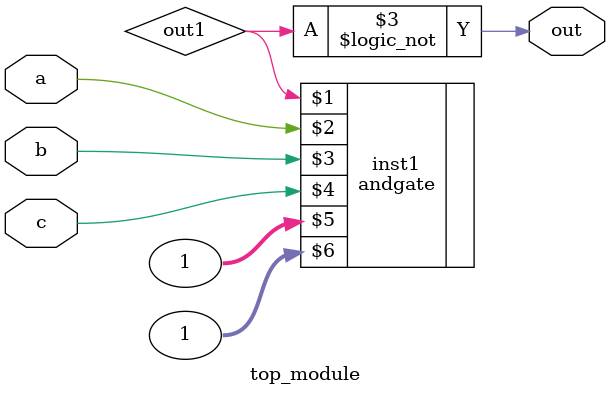
<source format=v>
module top_module (input a, input b, input c, output out);//

    wire out1;
    andgate inst1 (out1, a, b,c,1,1); 
	assign out = !out1;
endmodule

</source>
